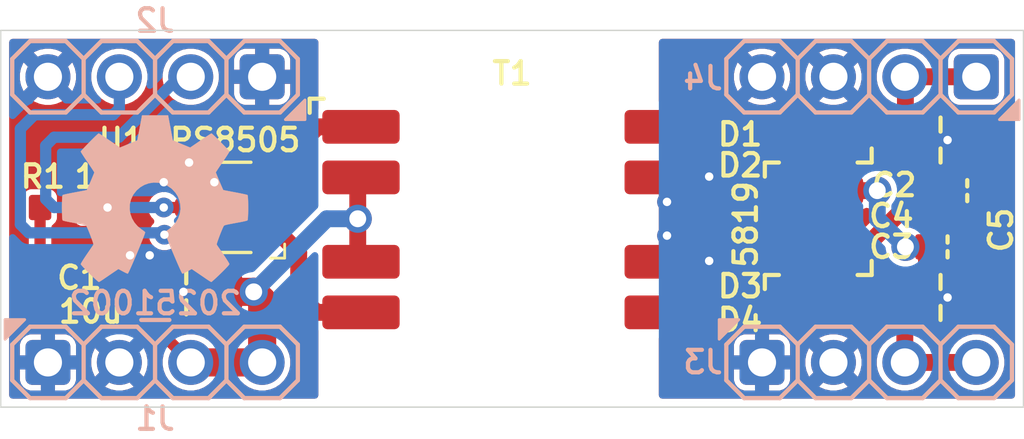
<source format=kicad_pcb>
(kicad_pcb (version 20241229) (generator "pcbnew") (generator_version "9.0")
  (layers (0 "F.Cu" mixed) (2 "B.Cu" mixed) (13 "F.Paste" user) (15 "B.Paste" user) (5 "F.SilkS" user "F.Silkscreen") (7 "B.SilkS" user "B.Silkscreen") (1 "F.Mask" user) (3 "B.Mask" user) (25 "Edge.Cuts" user))
  (net 0 "")
  (net 1 "GND")
  (net 2 "/VIN")
  (net 3 "/ExtClk")
  (net 4 "/Enable")
  (net 5 "/P1")
  (net 6 "/P2")
  (net 7 "/VOUT+")
  (net 8 "/VOUT-")
  (net 9 "Net-(D1-A)")
  (net 10 "Net-(D3-A)")
  (net 11 "GND1")
  (footprint "SquantorCapacitor:C_1206_0805" (layer "F.Cu") (at 163.83 84.8)
    (property "Reference" "C2" (at -1.65 1.6 0) (layer "F.SilkS") (effects (font (size 0.8 0.8))))
    (property "Value" "10u")
    (fp_line (start 0 -0.8) (end 0 -0.3) (stroke (width 0.15)) (layer "F.SilkS"))
    (fp_line (start 0 0.8) (end 0 0.3) (stroke (width 0.15)) (layer "F.SilkS"))
    (pad "1" smd roundrect (at -1.25 0) (size 1.5 1.6) (layers "F.Cu" "F.Mask" "F.Paste") (net 7 "/VOUT+"))
    (pad "2" smd roundrect (at 1.25 0) (size 1.5 1.6) (layers "F.Cu" "F.Mask" "F.Paste") (net 11 "GND1"))
  )
  (footprint "SquantorCapacitor:C_1206_0805" (layer "F.Cu") (at 163.83 90.4)
    (property "Reference" "C3" (at -1.75 -1.8 0) (layer "F.SilkS") (effects (font (size 0.8 0.8))))
    (property "Value" "10u")
    (fp_line (start 0 -0.8) (end 0 -0.3) (stroke (width 0.15)) (layer "F.SilkS"))
    (fp_line (start 0 0.8) (end 0 0.3) (stroke (width 0.15)) (layer "F.SilkS"))
    (pad "1" smd roundrect (at -1.25 0) (size 1.5 1.6) (layers "F.Cu" "F.Mask" "F.Paste") (net 8 "/VOUT-"))
    (pad "2" smd roundrect (at 1.25 0) (size 1.5 1.6) (layers "F.Cu" "F.Mask" "F.Paste") (net 11 "GND1"))
  )
  (footprint "SquantorCapacitor:C_0603" (layer "F.Cu") (at 164.78 86.6)
    (property "Reference" "C5" (at 1.2 1.4 90) (layer "F.SilkS") (effects (font (size 0.8 0.8))))
    (property "Value" "1u")
    (fp_line (start 0 -0.15) (end 0 -0.375) (stroke (width 0.15)) (layer "F.SilkS"))
    (fp_line (start 0 0.375) (end 0 0.15) (stroke (width 0.15)) (layer "F.SilkS"))
    (pad "1" smd roundrect (at -0.75 0) (size 0.8 0.9) (layers "F.Cu" "F.Mask" "F.Paste") (roundrect_rratio 0.125) (net 7 "/VOUT+"))
    (pad "2" smd roundrect (at 0.75 0) (size 0.8 0.9) (layers "F.Cu" "F.Mask" "F.Paste") (roundrect_rratio 0.125) (net 11 "GND1"))
  )
  (footprint "SquantorVPSC:T_2W_8pin_hand" (layer "F.Cu") (at 148.59 87.63)
    (property "Reference" "T1" (at 0 -5.2 0) (layer "F.SilkS") (effects (font (size 0.8 0.8))))
    (property "Value" "~")
    (fp_line (start -7.2 -4.3) (end -7.2 -3.8) (stroke (width 0.15)) (layer "F.SilkS"))
    (fp_line (start -7.2 -4.3) (end -6.7 -4.3) (stroke (width 0.15)) (layer "F.SilkS"))
    (pad "1" smd roundrect (at -5.375 -3.3) (size 2.75 1.2) (layers "F.Cu" "F.Mask" "F.Paste") (roundrect_rratio 0.15) (net 6 "/P2"))
    (pad "2" smd roundrect (at -5.375 -1.5) (size 2.75 1.2) (layers "F.Cu" "F.Mask" "F.Paste") (roundrect_rratio 0.15) (net 2 "/VIN"))
    (pad "3" smd roundrect (at -5.375 1.5) (size 2.75 1.2) (layers "F.Cu" "F.Mask" "F.Paste") (roundrect_rratio 0.15) (net 2 "/VIN"))
    (pad "4" smd roundrect (at -5.375 3.3) (size 2.75 1.2) (layers "F.Cu" "F.Mask" "F.Paste") (roundrect_rratio 0.15) (net 5 "/P1"))
    (pad "5" smd roundrect (at 5.375 3.3) (size 2.75 1.2) (layers "F.Cu" "F.Mask" "F.Paste") (roundrect_rratio 0.15) (net 10 "Net-(D3-A)"))
    (pad "6" smd roundrect (at 5.375 1.5) (size 2.75 1.2) (layers "F.Cu" "F.Mask" "F.Paste") (roundrect_rratio 0.15) (net 11 "GND1"))
    (pad "7" smd roundrect (at 5.375 -1.5) (size 2.75 1.2) (layers "F.Cu" "F.Mask" "F.Paste") (roundrect_rratio 0.15) (net 11 "GND1"))
    (pad "8" smd roundrect (at 5.375 -3.3) (size 2.75 1.2) (layers "F.Cu" "F.Mask" "F.Paste") (roundrect_rratio 0.15) (net 9 "Net-(D1-A)"))
  )
  (footprint "SquantorDiodes:SOD-323HE-shikues" (layer "F.Cu") (at 159.48 90.6)
    (property "Reference" "D4" (at -2.78 0.6 0) (layer "F.SilkS") (effects (font (size 0.8 0.8))))
    (property "Value" "5819")
    (fp_line (start -1.9 -1) (end -1.9 -0.5) (stroke (width 0.15)) (layer "F.SilkS"))
    (fp_line (start -1.9 -1) (end -1.4 -1) (stroke (width 0.15)) (layer "F.SilkS"))
    (pad "1" smd roundrect (at -0.675 0) (size 1.85 1.1) (layers "F.Cu" "F.Mask" "F.Paste") (roundrect_rratio 0.2) (net 10 "Net-(D3-A)"))
    (pad "2" smd roundrect (at 1.15 0) (size 0.9 1) (layers "F.Cu" "F.Mask" "F.Paste") (roundrect_rratio 0.2) (net 8 "/VOUT-"))
  )
  (footprint "SquantorDiodes:SOD-323HE-shikues" (layer "F.Cu") (at 159.48 88.6 180)
    (property "Reference" "D3" (at 2.78 -1.4 0) (layer "F.SilkS") (effects (font (size 0.8 0.8))))
    (property "Value" "5819")
    (fp_line (start -1.9 -1) (end -1.4 -1) (stroke (width 0.15)) (layer "F.SilkS"))
    (fp_line (start -1.9 -1) (end -1.9 -0.5) (stroke (width 0.15)) (layer "F.SilkS"))
    (pad "1" smd roundrect (at -0.675 0 180) (size 1.85 1.1) (layers "F.Cu" "F.Mask" "F.Paste") (roundrect_rratio 0.2) (net 7 "/VOUT+"))
    (pad "2" smd roundrect (at 1.15 0 180) (size 0.9 1) (layers "F.Cu" "F.Mask" "F.Paste") (roundrect_rratio 0.2) (net 10 "Net-(D3-A)"))
  )
  (footprint "SquantorResistor:R_0603_hand" (layer "F.Cu") (at 132.7 87.2)
    (property "Reference" "R1" (at -0.8 -1.1 0) (layer "F.SilkS") (effects (font (size 0.8 0.8))))
    (property "Value" "10K" (at 1.5 -1.1 0) (layer "F.SilkS") (effects (font (size 0.8 0.8))))
    (fp_line (start 0 -0.2) (end 0 0.2) (stroke (width 0.15)) (layer "F.SilkS"))
    (pad "1" smd roundrect (at -0.9 0) (size 0.8 0.9) (layers "F.Cu" "F.Mask" "F.Paste") (roundrect_rratio 0.1428571429) (net 2 "/VIN"))
    (pad "2" smd roundrect (at 0.9 0) (size 0.8 0.9) (layers "F.Cu" "F.Mask" "F.Paste") (roundrect_rratio 0.1428571429) (net 4 "/Enable"))
  )
  (footprint "SquantorCapacitor:C_1206_0805" (layer "F.Cu") (at 137 90.2)
    (property "Reference" "C1" (at -3.8 -0.5 0) (layer "F.SilkS") (effects (font (size 0.8 0.8))))
    (property "Value" "10u" (at -3.4 0.7 0) (layer "F.SilkS") (effects (font (size 0.8 0.8))))
    (fp_line (start 0 -0.8) (end 0 -0.3) (stroke (width 0.15)) (layer "F.SilkS"))
    (fp_line (start 0 0.8) (end 0 0.3) (stroke (width 0.15)) (layer "F.SilkS"))
    (pad "1" smd roundrect (at -1.25 0) (size 1.5 1.6) (layers "F.Cu" "F.Mask" "F.Paste") (net 1 "GND"))
    (pad "2" smd roundrect (at 1.25 0) (size 1.5 1.6) (layers "F.Cu" "F.Mask" "F.Paste") (net 2 "/VIN"))
  )
  (footprint "SquantorDiodes:SOD-323HE-shikues" (layer "F.Cu") (at 159.48 86.6)
    (property "Reference" "D2" (at -2.78 -0.9 0) (layer "F.SilkS") (effects (font (size 0.8 0.8))))
    (property "Value" "5819" (at -2.58 1.2 90) (layer "F.SilkS") (effects (font (size 0.8 0.8))))
    (fp_line (start -1.9 -1) (end -1.9 -0.5) (stroke (width 0.15)) (layer "F.SilkS"))
    (fp_line (start -1.9 -1) (end -1.4 -1) (stroke (width 0.15)) (layer "F.SilkS"))
    (pad "1" smd roundrect (at -0.675 0) (size 1.85 1.1) (layers "F.Cu" "F.Mask" "F.Paste") (roundrect_rratio 0.2) (net 9 "Net-(D1-A)"))
    (pad "2" smd roundrect (at 1.15 0) (size 0.9 1) (layers "F.Cu" "F.Mask" "F.Paste") (roundrect_rratio 0.2) (net 8 "/VOUT-"))
  )
  (footprint "SquantorIC:SOT23-6-HAND" (layer "F.Cu") (at 138.4 87.2 180)
    (property "Reference" "U1" (at 3.7 2.4 0) (layer "F.SilkS") (effects (font (size 0.8 0.8))))
    (property "Value" "VPS8505" (at 0 2.4 0) (layer "F.SilkS") (effects (font (size 0.8 0.8))))
    (fp_line (start 0.9 -1.6) (end -0.9 -1.6) (stroke (width 0.12)) (layer "F.SilkS"))
    (fp_line (start -0.9 1.61) (end 0.9 1.61) (stroke (width 0.12)) (layer "F.SilkS"))
    (fp_line (start -2.1 -1.8) (end -1.6 -1.8) (stroke (width 0.1)) (layer "F.SilkS"))
    (fp_line (start -2.1 -1.8) (end -2.1 -1.3) (stroke (width 0.1)) (layer "F.SilkS"))
    (pad "1" smd roundrect (at -1.2 -0.95 180) (size 1.2 0.65) (layers "F.Cu" "F.Mask" "F.Paste") (roundrect_rratio 0.2) (net 5 "/P1"))
    (pad "2" smd roundrect (at -1.2 0 180) (size 1.2 0.65) (layers "F.Cu" "F.Mask" "F.Paste") (roundrect_rratio 0.2) (net 2 "/VIN"))
    (pad "3" smd roundrect (at -1.2 0.95 180) (size 1.2 0.65) (layers "F.Cu" "F.Mask" "F.Paste") (roundrect_rratio 0.2) (net 6 "/P2"))
    (pad "4" smd roundrect (at 1.2 0.95 180) (size 1.2 0.65) (layers "F.Cu" "F.Mask" "F.Paste") (roundrect_rratio 0.2) (net 1 "GND"))
    (pad "5" smd roundrect (at 1.2 0 180) (size 1.2 0.65) (layers "F.Cu" "F.Mask" "F.Paste") (roundrect_rratio 0.2) (net 4 "/Enable"))
    (pad "6" smd roundrect (at 1.2 -0.95 180) (size 1.2 0.65) (layers "F.Cu" "F.Mask" "F.Paste") (roundrect_rratio 0.2) (net 3 "/ExtClk"))
  )
  (footprint "SquantorCapacitor:C_0603" (layer "F.Cu") (at 164.08 88.6)
    (property "Reference" "C4" (at -2 -1.1 0) (layer "F.SilkS") (effects (font (size 0.8 0.8))))
    (property "Value" "1u")
    (fp_line (start 0 -0.15) (end 0 -0.375) (stroke (width 0.15)) (layer "F.SilkS"))
    (fp_line (start 0 0.375) (end 0 0.15) (stroke (width 0.15)) (layer "F.SilkS"))
    (pad "1" smd roundrect (at -0.75 0) (size 0.8 0.9) (layers "F.Cu" "F.Mask" "F.Paste") (roundrect_rratio 0.125) (net 8 "/VOUT-"))
    (pad "2" smd roundrect (at 0.75 0) (size 0.8 0.9) (layers "F.Cu" "F.Mask" "F.Paste") (roundrect_rratio 0.125) (net 11 "GND1"))
  )
  (footprint "SquantorDiodes:SOD-323HE-shikues" (layer "F.Cu") (at 159.48 84.6 180)
    (property "Reference" "D1" (at 2.78 0 0) (layer "F.SilkS") (effects (font (size 0.8 0.8))))
    (property "Value" "5819")
    (fp_line (start -1.9 -1) (end -1.4 -1) (stroke (width 0.15)) (layer "F.SilkS"))
    (fp_line (start -1.9 -1) (end -1.9 -0.5) (stroke (width 0.15)) (layer "F.SilkS"))
    (pad "1" smd roundrect (at -0.675 0 180) (size 1.85 1.1) (layers "F.Cu" "F.Mask" "F.Paste") (roundrect_rratio 0.2) (net 7 "/VOUT+"))
    (pad "2" smd roundrect (at 1.15 0 180) (size 0.9 1) (layers "F.Cu" "F.Mask" "F.Paste") (roundrect_rratio 0.2) (net 9 "Net-(D1-A)"))
  )
  (footprint "SquantorLabels:Label_Generic" (layer "B.Cu") (at 135.9 90.6 180)
    (property "Reference" "N1" (hide yes))
    (property "Value" "20251002" (at 0 0 0) (layer "B.SilkS") (effects (font (size 0.8 0.8)) (justify mirror)))
    (fp_line (start -0.5 -0.6) (end 0.5 -0.6) (stroke (width 0.15)) (layer "B.SilkS"))
  )
  (footprint "Symbol:OSHW-Symbol_6.7x6mm_SilkScreen" (layer "B.Cu") (at 135.9 86.9 180)
    (property "Reference" "N2" (hide yes))
    (property "Value" "OHWLOGO" (hide yes))
    (fp_poly (pts (xy 0.555814 2.531069) (xy 0.639635 2.086445) (xy 0.94892 1.958947) (xy 1.258206 1.831449) (xy 1.629246 2.083754) (xy 1.733157 2.154004) (xy 1.827087 2.216728) (xy 1.906652 2.269062) (xy 1.96747 2.308143) (xy 2.005157 2.331107) (xy 2.015421 2.336058) (xy 2.03391 2.323324) (xy 2.07342 2.288118) (xy 2.129522 2.234938) (xy 2.197787 2.168282) (xy 2.273786 2.092646) (xy 2.353092 2.012528) (xy 2.431275 1.932426) (xy 2.503907 1.856836) (xy 2.566559 1.790255) (xy 2.614803 1.737182) (xy 2.64421 1.702113) (xy 2.651241 1.690377) (xy 2.641123 1.66874) (xy 2.612759 1.621338) (xy 2.569129 1.552807) (xy 2.513218 1.467785) (xy 2.448006 1.370907) (xy 2.410219 1.31565) (xy 2.341343 1.214752) (xy 2.28014 1.123701) (xy 2.229578 1.04703) (xy 2.192628 0.989272) (xy 2.172258 0.954957) (xy 2.169197 0.947746) (xy 2.176136 0.927252) (xy 2.195051 0.879487) (xy 2.223087 0.811168) (xy 2.257391 0.729011) (xy 2.295109 0.63973) (xy 2.333387 0.550042) (xy 2.36937 0.466662) (xy 2.400206 0.396306) (xy 2.423039 0.34569) (xy 2.435017 0.321529) (xy 2.435724 0.320578) (xy 2.454531 0.315964) (xy 2.504618 0.305672) (xy 2.580793 0.290713) (xy 2.677865 0.272099) (xy 2.790643 0.250841) (xy 2.856442 0.238582) (xy 2.97695 0.215638) (xy 3.085797 0.193805) (xy 3.177476 0.174278) (xy 3.246481 0.158252) (xy 3.287304 0.146921) (xy 3.295511 0.143326) (xy 3.303548 0.118994) (xy 3.310033 0.064041) (xy 3.31497 -0.015108) (xy 3.318364 -0.112026) (xy 3.320218 -0.220287) (xy 3.320538 -0.333465) (xy 3.319327 -0.445135) (xy 3.31659 -0.548868) (xy 3.312331 -0.638241) (xy 3.306555 -0.706826) (xy 3.299267 -0.748197) (xy 3.294895 -0.75681) (xy 3.268764 -0.767133) (xy 3.213393 -0.781892) (xy 3.136107 -0.799352) (xy 3.04423 -0.81778) (xy 3.012158 -0.823741) (xy 2.857524 -0.852066) (xy 2.735375 -0.874876) (xy 2.641673 -0.89308) (xy 2.572384 -0.907583) (xy 2.523471 -0.919292) (xy 2.490897 -0.929115) (xy 2.470628 -0.937956) (xy 2.458626 -0.946724) (xy 2.456947 -0.948457) (xy 2.440184 -0.976371) (xy 2.414614 -1.030695) (xy 2.382788 -1.104777) (xy 2.34726 -1.191965) (xy 2.310583 -1.285608) (xy 2.275311 -1.379052) (xy 2.243996 -1.465647) (xy 2.219193 -1.53874) (xy 2.203454 -1.591678) (xy 2.199332 -1.617811) (xy 2.199676 -1.618726) (xy 2.213641 -1.640086) (xy 2.245322 -1.687084) (xy 2.291391 -1.754827) (xy 2.348518 -1.838423) (xy 2.413373 -1.932982) (xy 2.431843 -1.959854) (xy 2.497699 -2.057275) (xy 2.55565 -2.146163) (xy 2.602538 -2.221412) (xy 2.635207 -2.27792) (xy 2.6505 -2.310581) (xy 2.651241 -2.314593) (xy 2.638392 -2.335684) (xy 2.602888 -2.377464) (xy 2.549293 -2.435445) (xy 2.482171 -2.505135) (xy 2.406087 -2.582045) (xy 2.325604 -2.661683) (xy 2.245287 -2.739561) (xy 2.169699 -2.811186) (xy 2.103405 -2.87207) (xy 2.050969 -2.917721) (xy 2.016955 -2.94365) (xy 2.007545 -2.947883) (xy 1.985643 -2.937912) (xy 1.9408 -2.91102) (xy 1.880321 -2.871736) (xy 1.833789 -2.840117) (xy 1.749475 -2.782098) (xy 1.649626 -2.713784) (xy 1.549473 -2.645579) (xy 1.495627 -2.609075) (xy 1.313371 -2.4858) (xy 1.160381 -2.56852) (xy 1.090682 -2.604759) (xy 1.031414 -2.632926) (xy 0.991311 -2.648991) (xy 0.981103 -2.651226) (xy 0.968829 -2.634722) (xy 0.944613 -2.588082) (xy 0.910263 -2.515609) (xy 0.867588 -2.421606) (xy 0.818394 -2.310374) (xy 0.76449 -2.186215) (xy 0.707684 -2.053432) (xy 0.649782 -1.916327) (xy 0.592593 -1.779202) (xy 0.537924 -1.646358) (xy 0.487584 -1.522098) (xy 0.44338 -1.410725) (xy 0.407119 -1.316539) (xy 0.380609 -1.243844) (xy 0.365658 -1.196941) (xy 0.363254 -1.180833) (xy 0.382311 -1.160286) (xy 0.424036 -1.126933) (xy 0.479706 -1.087702) (xy 0.484378 -1.084599) (xy 0.628264 -0.969423) (xy 0.744283 -0.835053) (xy 0.83143 -0.685784) (xy 0.888699 -0.525913) (xy 0.915086 -0.359737) (xy 0.909585 -0.191552) (xy 0.87119 -0.025655) (xy 0.798895 0.133658) (xy 0.777626 0.168513) (xy 0.666996 0.309263) (xy 0.536302 0.422286) (xy 0.390064 0.506997) (xy 0.232808 0.562806) (xy 0.069057 0.589126) (xy -0.096667 0.58537) (xy -0.259838 0.55095) (xy -0.415935 0.485277) (xy -0.560433 0.387765) (xy -0.605131 0.348187) (xy -0.718888 0.224297) (xy -0.801782 0.093876) (xy -0.858644 -0.052315) (xy -0.890313 -0.197088) (xy -0.898131 -0.35986) (xy -0.872062 -0.52344) (xy -0.814755 -0.682298) (xy -0.728856 -0.830906) (xy -0.617014 -0.963735) (xy -0.481877 -1.075256) (xy -0.464117 -1.087011) (xy -0.40785 -1.125508) (xy -0.365077 -1.158863) (xy -0.344628 -1.18016) (xy -0.344331 -1.180833) (xy -0.348721 -1.203871) (xy -0.366124 -1.256157) (xy -0.394732 -1.33339) (xy -0.432735 -1.431268) (xy -0.478326 -1.545491) (xy -0.529697 -1.671758) (xy -0.585038 -1.805767) (xy -0.642542 -1.943218) (xy -0.700399 -2.079808) (xy -0.756802 -2.211237) (xy -0.809942 -2.333205) (xy -0.85801 -2.441409) (xy -0.899199 -2.531549) (xy -0.931699 -2.599323) (xy -0.953703 -2.64043) (xy -0.962564 -2.651226) (xy -0.98964 -2.642819) (xy -1.040303 -2.620272) (xy -1.105817 -2.587613) (xy -1.141841 -2.56852) (xy -1.294832 -2.4858) (xy -1.477088 -2.609075) (xy -1.570125 -2.672228) (xy -1.671985 -2.741727) (xy -1.767438 -2.807165) (xy -1.81525 -2.840117) (xy -1.882495 -2.885273) (xy -1.939436 -2.921057) (xy -1.978646 -2.942938) (xy -1.991381 -2.947563) (xy -2.009917 -2.935085) (xy -2.050941 -2.900252) (xy -2.110475 -2.846678) (xy -2.184542 -2.777983) (xy -2.269165 -2.697781) (xy -2.322685 -2.646286) (xy -2.416319 -2.554286) (xy -2.497241 -2.471999) (xy -2.562177 -2.402945) (xy -2.607858 -2.350644) (xy -2.631011 -2.318616) (xy -2.633232 -2.312116) (xy -2.622924 -2.287394) (xy -2.594439 -2.237405) (xy -2.550937 -2.167212) (xy -2.495577 -2.081875) (xy -2.43152 -1.986456) (xy -2.413303 -1.959854) (xy -2.346927 -1.863167) (xy -2.287378 -1.776117) (xy -2.237984 -1.703595) (xy -2.202075 -1.650493) (xy -2.182981 -1.621703) (xy -2.181136 -1.618726) (xy -2.183895 -1.595782) (xy -2.198538 -1.545336) (xy -2.222513 -1.474041) (xy -2.253266 -1.388547) (xy -2.288244 -1.295507) (xy -2.324893 -1.201574) (xy -2.360661 -1.113399) (xy -2.392994 -1.037634) (xy -2.419338 -0.980931) (xy -2.437142 -0.949943) (xy -2.438407 -0.948457) (xy -2.449294 -0.939601) (xy -2.467682 -0.930843) (xy -2.497606 -0.921277) (xy -2.543103 -0.909996) (xy -2.608209 -0.896093) (xy -2.696961 -0.878663) (xy -2.813393 -0.856798) (xy -2.961542 -0.829591) (xy -2.993618 -0.823741) (xy -3.088686 -0.805374) (xy -3.171565 -0.787405) (xy -3.23493 -0.771569) (xy -3.271458 -0.7596) (xy -3.276356 -0.75681) (xy -3.284427 -0.732072) (xy -3.290987 -0.67679) (xy -3.296033 -0.597389) (xy -3.299559 -0.500296) (xy -3.301561 -0.391938) (xy -3.302036 -0.27874) (xy -3.300977 -0.167128) (xy -3.298382 -0.063529) (xy -3.294246 0.025632) (xy -3.288563 0.093928) (xy -3.281331 0.134934) (xy -3.276971 0.143326) (xy -3.252698 0.151792) (xy -3.197426 0.165565) (xy -3.116662 0.18345) (xy -3.015912 0.204252) (xy -2.900683 0.226777) (xy -2.837902 0.238582) (xy -2.718787 0.260849) (xy -2.612565 0.281021) (xy -2.524427 0.298085) (xy -2.459566 0.311031) (xy -2.423174 0.318845) (xy -2.417184 0.320578) (xy -2.407061 0.34011) (xy -2.385662 0.387157) (xy -2.355839 0.454997) (xy -2.320445 0.536909) (xy -2.282332 0.626172) (xy -2.244353 0.716065) (xy -2.20936 0.799865) (xy -2.180206 0.870853) (xy -2.159743 0.922306) (xy -2.150823 0.947503) (xy -2.150657 0.948604) (xy -2.160769 0.968481) (xy -2.189117 1.014223) (xy -2.232723 1.081283) (xy -2.288606 1.165116) (xy -2.353787 1.261174) (xy -2.391679 1.31635) (xy -2.460725 1.417519) (xy -2.52205 1.50937) (xy -2.572663 1.587256) (xy -2.609571 1.646531) (xy -2.629782 1.682549) (xy -2.632701 1.690623) (xy -2.620153 1.709416) (xy -2.585463 1.749543) (xy -2.533063 1.806507) (xy -2.467384 1.875815) (xy -2.392856 1.952969) (xy -2.313913 2.033475) (xy -2.234983 2.112837) (xy -2.1605 2.18656) (xy -2.094894 2.250148) (xy -2.042596 2.299106) (xy -2.008039 2.328939) (xy -1.996478 2.336058) (xy -1.977654 2.326047) (xy -1.932631 2.297922) (xy -1.865787 2.254546) (xy -1.781499 2.198782) (xy -1.684144 2.133494) (xy -1.610707 2.083754) (xy -1.239667 1.831449) (xy -0.621095 2.086445) (xy -0.537275 2.531069) (xy -0.453454 2.975693) (xy 0.471994 2.975693) (xy 0.555814 2.531069)) (stroke (width 0.01)) (fill yes) (layer "B.SilkS"))
  )
  (footprint "SquantorConnectors:Header-0254-1X04-H010" (layer "B.Cu") (at 161.29 92.71)
    (property "Reference" "J3" (at -5.91 -0.01 0) (layer "B.SilkS") (effects (font (size 0.8 0.8) (thickness 0.15) (bold yes)) (justify mirror)))
    (property "Value" "Conn_01x04")
    (fp_line (start -5.08 -0.635) (end -4.445 -1.27) (stroke (width 0.1524)) (layer "B.SilkS"))
    (fp_line (start -5.08 0.635) (end -5.08 -0.635) (stroke (width 0.1524)) (layer "B.SilkS"))
    (fp_line (start -4.445 1.27) (end -5.08 0.635) (stroke (width 0.1524)) (layer "B.SilkS"))
    (fp_line (start -4.445 1.27) (end -3.175 1.27) (stroke (width 0.1524)) (layer "B.SilkS"))
    (fp_line (start -3.175 -1.27) (end -4.445 -1.27) (stroke (width 0.1524)) (layer "B.SilkS"))
    (fp_line (start -3.175 1.27) (end -2.54 0.635) (stroke (width 0.1524)) (layer "B.SilkS"))
    (fp_line (start -2.54 -0.635) (end -3.175 -1.27) (stroke (width 0.1524)) (layer "B.SilkS"))
    (fp_line (start -2.54 0.635) (end -2.54 -0.635) (stroke (width 0.1524)) (layer "B.SilkS"))
    (fp_line (start -2.54 0.635) (end -1.905 1.27) (stroke (width 0.1524)) (layer "B.SilkS"))
    (fp_line (start -1.905 -1.27) (end -2.54 -0.635) (stroke (width 0.1524)) (layer "B.SilkS"))
    (fp_line (start -1.905 1.27) (end -0.635 1.27) (stroke (width 0.1524)) (layer "B.SilkS"))
    (fp_line (start -0.635 -1.27) (end -1.905 -1.27) (stroke (width 0.1524)) (layer "B.SilkS"))
    (fp_line (start -0.635 1.27) (end 0 0.635) (stroke (width 0.1524)) (layer "B.SilkS"))
    (fp_line (start 0 -0.635) (end -0.635 -1.27) (stroke (width 0.1524)) (layer "B.SilkS"))
    (fp_line (start 0 0.635) (end 0 -0.635) (stroke (width 0.1524)) (layer "B.SilkS"))
    (fp_line (start 0 0.635) (end 0.635 1.27) (stroke (width 0.1524)) (layer "B.SilkS"))
    (fp_line (start 0.635 -1.27) (end 0 -0.635) (stroke (width 0.1524)) (layer "B.SilkS"))
    (fp_line (start 0.635 1.27) (end 1.905 1.27) (stroke (width 0.1524)) (layer "B.SilkS"))
    (fp_line (start 1.905 -1.27) (end 0.635 -1.27) (stroke (width 0.1524)) (layer "B.SilkS"))
    (fp_line (start 1.905 1.27) (end 2.54 0.635) (stroke (width 0.1524)) (layer "B.SilkS"))
    (fp_line (start 2.54 -0.635) (end 1.905 -1.27) (stroke (width 0.1524)) (layer "B.SilkS"))
    (fp_line (start 2.54 -0.635) (end 3.175 -1.27) (stroke (width 0.1524)) (layer "B.SilkS"))
    (fp_line (start 2.54 0.635) (end 2.54 -0.635) (stroke (width 0.1524)) (layer "B.SilkS"))
    (fp_line (start 3.175 1.27) (end 2.54 0.635) (stroke (width 0.1524)) (layer "B.SilkS"))
    (fp_line (start 3.175 1.27) (end 4.445 1.27) (stroke (width 0.1524)) (layer "B.SilkS"))
    (fp_line (start 4.445 -1.27) (end 3.175 -1.27) (stroke (width 0.1524)) (layer "B.SilkS"))
    (fp_line (start 4.445 1.27) (end 5.08 0.635) (stroke (width 0.1524)) (layer "B.SilkS"))
    (fp_line (start 5.08 -0.635) (end 4.445 -1.27) (stroke (width 0.1524)) (layer "B.SilkS"))
    (fp_line (start 5.08 0.635) (end 5.08 -0.635) (stroke (width 0.1524)) (layer "B.SilkS"))
    (fp_poly (pts (xy -5.334 -0.8255) (xy -5.334 -1.524) (xy -4.6355 -1.524)) (stroke (width 0.1)) (fill yes) (layer "B.SilkS"))
    (pad "1" thru_hole roundrect (at -3.81 0 180) (size 1.6 1.6) (drill 1) (layers "*.Cu" "*.Mask") (roundrect_rratio 0.15) (net 11 "GND1"))
    (pad "2" thru_hole circle (at -1.27 0 180) (size 1.6 1.6) (drill 1) (layers "*.Cu" "*.Mask") (net 11 "GND1"))
    (pad "3" thru_hole circle (at 1.27 0 180) (size 1.6 1.6) (drill 1) (layers "*.Cu" "*.Mask") (net 8 "/VOUT-"))
    (pad "4" thru_hole circle (at 3.81 0 180) (size 1.6 1.6) (drill 1) (layers "*.Cu" "*.Mask") (net 8 "/VOUT-"))
  )
  (footprint "SquantorConnectors:Header-0254-1X04-H010" (layer "B.Cu") (at 135.89 82.55 180)
    (property "Reference" "J2" (at 0 2 0) (layer "B.SilkS") (effects (font (size 0.8 0.8) (thickness 0.15) (bold yes)) (justify mirror)))
    (property "Value" "Conn_01x04")
    (fp_line (start 5.08 0.635) (end 5.08 -0.635) (stroke (width 0.1524)) (layer "B.SilkS"))
    (fp_line (start 5.08 -0.635) (end 4.445 -1.27) (stroke (width 0.1524)) (layer "B.SilkS"))
    (fp_line (start 4.445 1.27) (end 5.08 0.635) (stroke (width 0.1524)) (layer "B.SilkS"))
    (fp_line (start 4.445 -1.27) (end 3.175 -1.27) (stroke (width 0.1524)) (layer "B.SilkS"))
    (fp_line (start 3.175 1.27) (end 4.445 1.27) (stroke (width 0.1524)) (layer "B.SilkS"))
    (fp_line (start 3.175 1.27) (end 2.54 0.635) (stroke (width 0.1524)) (layer "B.SilkS"))
    (fp_line (start 2.54 0.635) (end 2.54 -0.635) (stroke (width 0.1524)) (layer "B.SilkS"))
    (fp_line (start 2.54 -0.635) (end 3.175 -1.27) (stroke (width 0.1524)) (layer "B.SilkS"))
    (fp_line (start 2.54 -0.635) (end 1.905 -1.27) (stroke (width 0.1524)) (layer "B.SilkS"))
    (fp_line (start 1.905 1.27) (end 2.54 0.635) (stroke (width 0.1524)) (layer "B.SilkS"))
    (fp_line (start 1.905 -1.27) (end 0.635 -1.27) (stroke (width 0.1524)) (layer "B.SilkS"))
    (fp_line (start 0.635 1.27) (end 1.905 1.27) (stroke (width 0.1524)) (layer "B.SilkS"))
    (fp_line (start 0.635 -1.27) (end 0 -0.635) (stroke (width 0.1524)) (layer "B.SilkS"))
    (fp_line (start 0 0.635) (end 0.635 1.27) (stroke (width 0.1524)) (layer "B.SilkS"))
    (fp_line (start 0 0.635) (end 0 -0.635) (stroke (width 0.1524)) (layer "B.SilkS"))
    (fp_line (start 0 -0.635) (end -0.635 -1.27) (stroke (width 0.1524)) (layer "B.SilkS"))
    (fp_line (start -0.635 1.27) (end 0 0.635) (stroke (width 0.1524)) (layer "B.SilkS"))
    (fp_line (start -0.635 -1.27) (end -1.905 -1.27) (stroke (width 0.1524)) (layer "B.SilkS"))
    (fp_line (start -1.905 1.27) (end -0.635 1.27) (stroke (width 0.1524)) (layer "B.SilkS"))
    (fp_line (start -1.905 -1.27) (end -2.54 -0.635) (stroke (width 0.1524)) (layer "B.SilkS"))
    (fp_line (start -2.54 0.635) (end -1.905 1.27) (stroke (width 0.1524)) (layer "B.SilkS"))
    (fp_line (start -2.54 0.635) (end -2.54 -0.635) (stroke (width 0.1524)) (layer "B.SilkS"))
    (fp_line (start -2.54 -0.635) (end -3.175 -1.27) (stroke (width 0.1524)) (layer "B.SilkS"))
    (fp_line (start -3.175 1.27) (end -2.54 0.635) (stroke (width 0.1524)) (layer "B.SilkS"))
    (fp_line (start -3.175 -1.27) (end -4.445 -1.27) (stroke (width 0.1524)) (layer "B.SilkS"))
    (fp_line (start -4.445 1.27) (end -3.175 1.27) (stroke (width 0.1524)) (layer "B.SilkS"))
    (fp_line (start -4.445 1.27) (end -5.08 0.635) (stroke (width 0.1524)) (layer "B.SilkS"))
    (fp_line (start -5.08 0.635) (end -5.08 -0.635) (stroke (width 0.1524)) (layer "B.SilkS"))
    (fp_line (start -5.08 -0.635) (end -4.445 -1.27) (stroke (width 0.1524)) (layer "B.SilkS"))
    (fp_poly (pts (xy -5.334 -0.8255) (xy -5.334 -1.524) (xy -4.6355 -1.524)) (stroke (width 0.1)) (fill yes) (layer "B.SilkS"))
    (pad "1" thru_hole roundrect (at -3.81 0) (size 1.6 1.6) (drill 1) (layers "*.Cu" "*.Mask") (roundrect_rratio 0.15) (net 1 "GND"))
    (pad "2" thru_hole circle (at -1.27 0) (size 1.6 1.6) (drill 1) (layers "*.Cu" "*.Mask") (net 4 "/Enable"))
    (pad "3" thru_hole circle (at 1.27 0) (size 1.6 1.6) (drill 1) (layers "*.Cu" "*.Mask") (net 3 "/ExtClk"))
    (pad "4" thru_hole circle (at 3.81 0) (size 1.6 1.6) (drill 1) (layers "*.Cu" "*.Mask") (net 1 "GND"))
  )
  (footprint "SquantorConnectors:Header-0254-1X04-H010" (layer "B.Cu") (at 135.89 92.71)
    (property "Reference" "J1" (at 0 2 180) (layer "B.SilkS") (effects (font (size 0.8 0.8) (thickness 0.15) (bold yes)) (justify mirror)))
    (property "Value" "Conn_01x04")
    (fp_line (start -5.08 -0.635) (end -4.445 -1.27) (stroke (width 0.1524)) (layer "B.SilkS"))
    (fp_line (start -5.08 0.635) (end -5.08 -0.635) (stroke (width 0.1524)) (layer "B.SilkS"))
    (fp_line (start -4.445 1.27) (end -5.08 0.635) (stroke (width 0.1524)) (layer "B.SilkS"))
    (fp_line (start -4.445 1.27) (end -3.175 1.27) (stroke (width 0.1524)) (layer "B.SilkS"))
    (fp_line (start -3.175 -1.27) (end -4.445 -1.27) (stroke (width 0.1524)) (layer "B.SilkS"))
    (fp_line (start -3.175 1.27) (end -2.54 0.635) (stroke (width 0.1524)) (layer "B.SilkS"))
    (fp_line (start -2.54 -0.635) (end -3.175 -1.27) (stroke (width 0.1524)) (layer "B.SilkS"))
    (fp_line (start -2.54 0.635) (end -2.54 -0.635) (stroke (width 0.1524)) (layer "B.SilkS"))
    (fp_line (start -2.54 0.635) (end -1.905 1.27) (stroke (width 0.1524)) (layer "B.SilkS"))
    (fp_line (start -1.905 -1.27) (end -2.54 -0.635) (stroke (width 0.1524)) (layer "B.SilkS"))
    (fp_line (start -1.905 1.27) (end -0.635 1.27) (stroke (width 0.1524)) (layer "B.SilkS"))
    (fp_line (start -0.635 -1.27) (end -1.905 -1.27) (stroke (width 0.1524)) (layer "B.SilkS"))
    (fp_line (start -0.635 1.27) (end 0 0.635) (stroke (width 0.1524)) (layer "B.SilkS"))
    (fp_line (start 0 -0.635) (end -0.635 -1.27) (stroke (width 0.1524)) (layer "B.SilkS"))
    (fp_line (start 0 0.635) (end 0 -0.635) (stroke (width 0.1524)) (layer "B.SilkS"))
    (fp_line (start 0 0.635) (end 0.635 1.27) (stroke (width 0.1524)) (layer "B.SilkS"))
    (fp_line (start 0.635 -1.27) (end 0 -0.635) (stroke (width 0.1524)) (layer "B.SilkS"))
    (fp_line (start 0.635 1.27) (end 1.905 1.27) (stroke (width 0.1524)) (layer "B.SilkS"))
    (fp_line (start 1.905 -1.27) (end 0.635 -1.27) (stroke (width 0.1524)) (layer "B.SilkS"))
    (fp_line (start 1.905 1.27) (end 2.54 0.635) (stroke (width 0.1524)) (layer "B.SilkS"))
    (fp_line (start 2.54 -0.635) (end 1.905 -1.27) (stroke (width 0.1524)) (layer "B.SilkS"))
    (fp_line (start 2.54 -0.635) (end 3.175 -1.27) (stroke (width 0.1524)) (layer "B.SilkS"))
    (fp_line (start 2.54 0.635) (end 2.54 -0.635) (stroke (width 0.1524)) (layer "B.SilkS"))
    (fp_line (start 3.175 1.27) (end 2.54 0.635) (stroke (width 0.1524)) (layer "B.SilkS"))
    (fp_line (start 3.175 1.27) (end 4.445 1.27) (stroke (width 0.1524)) (layer "B.SilkS"))
    (fp_line (start 4.445 -1.27) (end 3.175 -1.27) (stroke (width 0.1524)) (layer "B.SilkS"))
    (fp_line (start 4.445 1.27) (end 5.08 0.635) (stroke (width 0.1524)) (layer "B.SilkS"))
    (fp_line (start 5.08 -0.635) (end 4.445 -1.27) (stroke (width 0.1524)) (layer "B.SilkS"))
    (fp_line (start 5.08 0.635) (end 5.08 -0.635) (stroke (width 0.1524)) (layer "B.SilkS"))
    (fp_poly (pts (xy -5.334 -0.8255) (xy -5.334 -1.524) (xy -4.6355 -1.524)) (stroke (width 0.1)) (fill yes) (layer "B.SilkS"))
    (pad "1" thru_hole roundrect (at -3.81 0 180) (size 1.6 1.6) (drill 1) (layers "*.Cu" "*.Mask") (roundrect_rratio 0.15) (net 1 "GND"))
    (pad "2" thru_hole circle (at -1.27 0 180) (size 1.6 1.6) (drill 1) (layers "*.Cu" "*.Mask") (net 1 "GND"))
    (pad "3" thru_hole circle (at 1.27 0 180) (size 1.6 1.6) (drill 1) (layers "*.Cu" "*.Mask") (net 2 "/VIN"))
    (pad "4" thru_hole circle (at 3.81 0 180) (size 1.6 1.6) (drill 1) (layers "*.Cu" "*.Mask") (net 2 "/VIN"))
  )
  (footprint "SquantorConnectors:Header-0254-1X04-H010" (layer "B.Cu") (at 161.29 82.55 180)
    (property "Reference" "J4" (at 5.91 -0.05 0) (layer "B.SilkS") (effects (font (size 0.8 0.8) (thickness 0.15) (bold yes)) (justify mirror)))
    (property "Value" "Conn_01x04")
    (fp_line (start 5.08 0.635) (end 5.08 -0.635) (stroke (width 0.1524)) (layer "B.SilkS"))
    (fp_line (start 5.08 -0.635) (end 4.445 -1.27) (stroke (width 0.1524)) (layer "B.SilkS"))
    (fp_line (start 4.445 1.27) (end 5.08 0.635) (stroke (width 0.1524)) (layer "B.SilkS"))
    (fp_line (start 4.445 -1.27) (end 3.175 -1.27) (stroke (width 0.1524)) (layer "B.SilkS"))
    (fp_line (start 3.175 1.27) (end 4.445 1.27) (stroke (width 0.1524)) (layer "B.SilkS"))
    (fp_line (start 3.175 1.27) (end 2.54 0.635) (stroke (width 0.1524)) (layer "B.SilkS"))
    (fp_line (start 2.54 0.635) (end 2.54 -0.635) (stroke (width 0.1524)) (layer "B.SilkS"))
    (fp_line (start 2.54 -0.635) (end 3.175 -1.27) (stroke (width 0.1524)) (layer "B.SilkS"))
    (fp_line (start 2.54 -0.635) (end 1.905 -1.27) (stroke (width 0.1524)) (layer "B.SilkS"))
    (fp_line (start 1.905 1.27) (end 2.54 0.635) (stroke (width 0.1524)) (layer "B.SilkS"))
    (fp_line (start 1.905 -1.27) (end 0.635 -1.27) (stroke (width 0.1524)) (layer "B.SilkS"))
    (fp_line (start 0.635 1.27) (end 1.905 1.27) (stroke (width 0.1524)) (layer "B.SilkS"))
    (fp_line (start 0.635 -1.27) (end 0 -0.635) (stroke (width 0.1524)) (layer "B.SilkS"))
    (fp_line (start 0 0.635) (end 0.635 1.27) (stroke (width 0.1524)) (layer "B.SilkS"))
    (fp_line (start 0 0.635) (end 0 -0.635) (stroke (width 0.1524)) (layer "B.SilkS"))
    (fp_line (start 0 -0.635) (end -0.635 -1.27) (stroke (width 0.1524)) (layer "B.SilkS"))
    (fp_line (start -0.635 1.27) (end 0 0.635) (stroke (width 0.1524)) (layer "B.SilkS"))
    (fp_line (start -0.635 -1.27) (end -1.905 -1.27) (stroke (width 0.1524)) (layer "B.SilkS"))
    (fp_line (start -1.905 1.27) (end -0.635 1.27) (stroke (width 0.1524)) (layer "B.SilkS"))
    (fp_line (start -1.905 -1.27) (end -2.54 -0.635) (stroke (width 0.1524)) (layer "B.SilkS"))
    (fp_line (start -2.54 0.635) (end -1.905 1.27) (stroke (width 0.1524)) (layer "B.SilkS"))
    (fp_line (start -2.54 0.635) (end -2.54 -0.635) (stroke (width 0.1524)) (layer "B.SilkS"))
    (fp_line (start -2.54 -0.635) (end -3.175 -1.27) (stroke (width 0.1524)) (layer "B.SilkS"))
    (fp_line (start -3.175 1.27) (end -2.54 0.635) (stroke (width 0.1524)) (layer "B.SilkS"))
    (fp_line (start -3.175 -1.27) (end -4.445 -1.27) (stroke (width 0.1524)) (layer "B.SilkS"))
    (fp_line (start -4.445 1.27) (end -3.175 1.27) (stroke (width 0.1524)) (layer "B.SilkS"))
    (fp_line (start -4.445 1.27) (end -5.08 0.635) (stroke (width 0.1524)) (layer "B.SilkS"))
    (fp_line (start -5.08 0.635) (end -5.08 -0.635) (stroke (width 0.1524)) (layer "B.SilkS"))
    (fp_line (start -5.08 -0.635) (end -4.445 -1.27) (stroke (width 0.1524)) (layer "B.SilkS"))
    (fp_poly (pts (xy -5.334 -0.8255) (xy -5.334 -1.524) (xy -4.6355 -1.524)) (stroke (width 0.1)) (fill yes) (layer "B.SilkS"))
    (pad "1" thru_hole roundrect (at -3.81 0) (size 1.6 1.6) (drill 1) (layers "*.Cu" "*.Mask") (roundrect_rratio 0.15) (net 7 "/VOUT+"))
    (pad "2" thru_hole circle (at -1.27 0) (size 1.6 1.6) (drill 1) (layers "*.Cu" "*.Mask") (net 7 "/VOUT+"))
    (pad "3" thru_hole circle (at 1.27 0) (size 1.6 1.6) (drill 1) (layers "*.Cu" "*.Mask") (net 11 "GND1"))
    (pad "4" thru_hole circle (at 3.81 0) (size 1.6 1.6) (drill 1) (layers "*.Cu" "*.Mask") (net 11 "GND1"))
  )
  (gr_rect (start 130.4 80.9) (end 166.78 94.3) (stroke (width 0.05)) (fill no) (layer "Edge.Cuts"))
  (via (at 135 88.9) (size 0.7) (drill 0.3) (layers "F.Cu" "B.Cu") (net 1))
  (via (at 137.1 85.6) (size 0.7) (drill 0.3) (layers "F.Cu" "B.Cu") (net 1))
  (via (at 135.7 88.9) (size 0.7) (drill 0.3) (layers "F.Cu" "B.Cu") (net 1))
  (via (at 138 86.3) (size 0.7) (drill 0.3) (layers "F.Cu" "B.Cu") (net 1))
  (via (at 136.9 90.2) (size 0.7) (drill 0.3) (layers "F.Cu" "B.Cu") (net 1))
  (via (at 136.2 86.3) (size 0.7) (drill 0.3) (layers "F.Cu" "B.Cu") (net 1))
  (segment (start 138.25 90.2) (end 139.4 90.2) (width 1) (layer "F.Cu") (net 2))
  (segment (start 135.7 91.7) (end 135.5 91.5) (width 0.4) (layer "F.Cu") (net 2))
  (segment (start 134.2 91.5) (end 131.8 89.1) (width 0.4) (layer "F.Cu") (net 2))
  (segment (start 143.1 89.015) (end 143.215 89.13) (width 0.6) (layer "F.Cu") (net 2))
  (segment (start 139.7 90.5) (end 139.7 92.71) (width 1) (layer "F.Cu") (net 2))
  (segment (start 138.4 90.05) (end 138.25 90.2) (width 0.8) (layer "F.Cu") (net 2))
  (segment (start 138.4 87.3) (end 138.5 87.3) (width 0.6) (layer "F.Cu") (net 2))
  (segment (start 138.4 87.3) (end 138.4 90.05) (width 0.8) (layer "F.Cu") (net 2))
  (segment (start 138.5 87.3) (end 138.6 87.2) (width 0.6) (layer "F.Cu") (net 2))
  (segment (start 137.16 92.71) (end 139.7 92.71) (width 1) (layer "F.Cu") (net 2))
  (segment (start 136.15 91.7) (end 135.7 91.7) (width 0.4) (layer "F.Cu") (net 2))
  (segment (start 135.5 91.5) (end 134.2 91.5) (width 0.4) (layer "F.Cu") (net 2))
  (segment (start 138.6 87.2) (end 139.7 87.2) (width 0.6) (layer "F.Cu") (net 2))
  (segment (start 143.1 86.245) (end 143.215 86.13) (width 0.6) (layer "F.Cu") (net 2))
  (segment (start 131.8 89.1) (end 131.8 87.2) (width 0.4) (layer "F.Cu") (net 2))
  (segment (start 137.16 92.71) (end 136.15 91.7) (width 0.4) (layer "F.Cu") (net 2))
  (segment (start 139.4 90.2) (end 139.7 90.5) (width 1) (layer "F.Cu") (net 2))
  (segment (start 143.1 87.6) (end 143.1 86.245) (width 0.6) (layer "F.Cu") (net 2))
  (segment (start 143.1 87.6) (end 143.1 89.015) (width 0.6) (layer "F.Cu") (net 2))
  (via (at 139.4 90.2) (size 1) (drill 0.6) (layers "F.Cu" "B.Cu") (net 2))
  (via (at 143.1 87.6) (size 1) (drill 0.6) (layers "F.Cu" "B.Cu") (net 2))
  (segment (start 142 87.6) (end 139.4 90.2) (width 0.6) (layer "B.Cu") (net 2))
  (segment (start 143.1 87.6) (end 142 87.6) (width 0.6) (layer "B.Cu") (net 2))
  (segment (start 136.240754 88.15) (end 136.223116 88.167638) (width 0.4) (layer "F.Cu") (net 3))
  (segment (start 137.1 88.15) (end 136.240754 88.15) (width 0.4) (layer "F.Cu") (net 3))
  (via (at 136.223116 88.167638) (size 0.7) (drill 0.3) (layers "F.Cu" "B.Cu") (net 3))
  (segment (start 131.6 83.9) (end 134.4 83.9) (width 0.4) (layer "B.Cu") (net 3))
  (segment (start 134.62 83.68) (end 134.62 82.55) (width 0.4) (layer "B.Cu") (net 3))
  (segment (start 136.223116 88.167638) (end 136.155478 88.1) (width 0.4) (layer "B.Cu") (net 3))
  (segment (start 134.4 83.9) (end 134.62 83.68) (width 0.4) (layer "B.Cu") (net 3))
  (segment (start 131.4 88.1) (end 131.1 87.8) (width 0.4) (layer "B.Cu") (net 3))
  (segment (start 136.155478 88.1) (end 131.4 88.1) (width 0.4) (layer "B.Cu") (net 3))
  (segment (start 131.1 84.4) (end 131.6 83.9) (width 0.4) (layer "B.Cu") (net 3))
  (segment (start 131.1 87.8) (end 131.1 84.4) (width 0.4) (layer "B.Cu") (net 3))
  (segment (start 133.6 87.2) (end 134.2 87.2) (width 0.4) (layer "F.Cu") (net 4))
  (segment (start 137.1 87.2) (end 136.2 87.2) (width 0.4) (layer "F.Cu") (net 4))
  (via (at 136.2 87.2) (size 0.7) (drill 0.3) (layers "F.Cu" "B.Cu") (net 4))
  (via (at 134.2 87.2) (size 0.7) (drill 0.3) (layers "F.Cu" "B.Cu") (net 4))
  (segment (start 132 85) (end 132.3 84.7) (width 0.4) (layer "B.Cu") (net 4))
  (segment (start 132.3 84.7) (end 134.605 84.7) (width 0.4) (layer "B.Cu") (net 4))
  (segment (start 134.605 84.7) (end 136.755 82.55) (width 0.4) (layer "B.Cu") (net 4))
  (segment (start 132 86.9) (end 132 85) (width 0.4) (layer "B.Cu") (net 4))
  (segment (start 134.2 87.2) (end 132.3 87.2) (width 0.4) (layer "B.Cu") (net 4))
  (segment (start 136.755 82.55) (end 137.16 82.55) (width 0.4) (layer "B.Cu") (net 4))
  (segment (start 136.2 87.2) (end 134.2 87.2) (width 0.4) (layer "B.Cu") (net 4))
  (segment (start 132.3 87.2) (end 132 86.9) (width 0.4) (layer "B.Cu") (net 4))
  (segment (start 141 88.8) (end 141 90.3) (width 0.6) (layer "F.Cu") (net 5))
  (segment (start 141 90.3) (end 141.63 90.93) (width 0.6) (layer "F.Cu") (net 5))
  (segment (start 141.63 90.93) (end 143.215 90.93) (width 0.6) (layer "F.Cu") (net 5))
  (segment (start 139.6 88.15) (end 140.35 88.15) (width 0.6) (layer "F.Cu") (net 5))
  (segment (start 140.35 88.15) (end 141 88.8) (width 0.6) (layer "F.Cu") (net 5))
  (segment (start 140.35 86.25) (end 141 85.6) (width 0.6) (layer "F.Cu") (net 6))
  (segment (start 141 85.6) (end 141 85) (width 0.6) (layer "F.Cu") (net 6))
  (segment (start 141.67 84.33) (end 143.215 84.33) (width 0.6) (layer "F.Cu") (net 6))
  (segment (start 139.6 86.25) (end 140.35 86.25) (width 0.6) (layer "F.Cu") (net 6))
  (segment (start 141 85) (end 141.67 84.33) (width 0.6) (layer "F.Cu") (net 6))
  (segment (start 160.155 88.6) (end 161.164372 88.6) (width 0.6) (layer "F.Cu") (net 7))
  (segment (start 162.58 84.8) (end 162.58 82.57) (width 0.6) (layer "F.Cu") (net 7))
  (segment (start 162.58 84.8) (end 163.68 85.9) (width 0.6) (layer "F.Cu") (net 7))
  (segment (start 163.68 86.25) (end 164.03 86.6) (width 0.6) (layer "F.Cu") (net 7))
  (segment (start 161.08 84.6) (end 161.28 84.8) (width 0.6) (layer "F.Cu") (net 7))
  (segment (start 163.68 85.9) (end 163.68 86.25) (width 0.6) (layer "F.Cu") (net 7))
  (segment (start 161.28 84.8) (end 162.58 84.8) (width 0.6) (layer "F.Cu") (net 7))
  (segment (start 163.164372 86.6) (end 164.03 86.6) (width 0.6) (layer "F.Cu") (net 7))
  (segment (start 161.164372 88.6) (end 163.164372 86.6) (width 0.6) (layer "F.Cu") (net 7))
  (segment (start 162.58 82.57) (end 162.56 82.55) (width 0.6) (layer "F.Cu") (net 7))
  (segment (start 160.155 84.6) (end 161.08 84.6) (width 0.6) (layer "F.Cu") (net 7))
  (segment (start 162.56 82.55) (end 165.1 82.55) (width 0.6) (layer "F.Cu") (net 7))
  (segment (start 165.1 92.71) (end 162.56 92.71) (width 0.6) (layer "F.Cu") (net 8))
  (segment (start 162.58 88.6) (end 163.33 88.6) (width 0.6) (layer "F.Cu") (net 8))
  (segment (start 163.33 89.65) (end 163.33 88.6) (width 0.6) (layer "F.Cu") (net 8))
  (segment (start 160.63 90.6) (end 162.38 90.6) (width 0.6) (layer "F.Cu") (net 8))
  (segment (start 162.38 90.6) (end 162.58 90.4) (width 0.6) (layer "F.Cu") (net 8))
  (segment (start 160.63 86.6) (end 161.58 86.6) (width 0.6) (layer "F.Cu") (net 8))
  (segment (start 162.56 92.71) (end 162.56 90.42) (width 0.6) (layer "F.Cu") (net 8))
  (segment (start 162.56 90.42) (end 162.58 90.4) (width 0.6) (layer "F.Cu") (net 8))
  (segment (start 162.58 90.4) (end 163.33 89.65) (width 0.6) (layer "F.Cu") (net 8))
  (via (at 161.58 86.6) (size 1) (drill 0.6) (layers "F.Cu" "B.Cu") (net 8))
  (via (at 162.58 88.6) (size 1) (drill 0.6) (layers "F.Cu" "B.Cu") (net 8))
  (segment (start 161.58 87.6) (end 161.58 86.6) (width 0.6) (layer "B.Cu") (net 8))
  (segment (start 162.58 88.6) (end 161.58 87.6) (width 0.6) (layer "B.Cu") (net 8))
  (segment (start 157.23 84.33) (end 153.965 84.33) (width 0.6) (layer "F.Cu") (net 9))
  (segment (start 158.33 86.125) (end 158.805 86.6) (width 0.6) (layer "F.Cu") (net 9))
  (segment (start 158.33 84.6) (end 157.5 84.6) (width 0.6) (layer "F.Cu") (net 9))
  (segment (start 158.33 84.6) (end 158.33 86.125) (width 0.6) (layer "F.Cu") (net 9))
  (segment (start 157.5 84.6) (end 157.23 84.33) (width 0.6) (layer "F.Cu") (net 9))
  (segment (start 157.27 90.93) (end 153.965 90.93) (width 0.6) (layer "F.Cu") (net 10))
  (segment (start 158.805 90.6) (end 157.6 90.6) (width 0.6) (layer "F.Cu") (net 10))
  (segment (start 158.33 90.125) (end 158.805 90.6) (width 0.6) (layer "F.Cu") (net 10))
  (segment (start 157.6 90.6) (end 157.27 90.93) (width 0.6) (layer "F.Cu") (net 10))
  (segment (start 158.33 88.6) (end 158.33 90.125) (width 0.6) (layer "F.Cu") (net 10))
  (via (at 155.6 89.1) (size 0.7) (drill 0.3) (layers "F.Cu" "B.Cu") (net 11))
  (via (at 154.1 88.2) (size 0.7) (drill 0.3) (layers "F.Cu" "B.Cu") (net 11))
  (via (at 164.08 84.8) (size 0.7) (drill 0.3) (layers "F.Cu" "B.Cu") (net 11))
  (via (at 164.08 90.4) (size 0.7) (drill 0.3) (layers "F.Cu" "B.Cu") (net 11))
  (via (at 154.1 87) (size 0.7) (drill 0.3) (layers "F.Cu" "B.Cu") (net 11))
  (via (at 155.6 86.1) (size 0.7) (drill 0.3) (layers "F.Cu" "B.Cu") (net 11))
  (zone (net 1) (net_name "GND") (layers "F.Cu" "B.Cu") (connect_pads (clearance 0.2)) (min_thickness 0.25) (fill yes (thermal_gap 0.2) (thermal_bridge_width 0.5))
    (polygon (pts (xy 130.4 80.9) (xy 141.7 80.9) (xy 141.7 94.3) (xy 130.4 94.3)))
  )
  (zone (net 11) (net_name "GND1") (layers "F.Cu" "B.Cu") (priority 1) (connect_pads (clearance 0.2)) (min_thickness 0.25) (fill yes (thermal_gap 0.2) (thermal_bridge_width 0.5))
    (polygon (pts (xy 166.78 80.9) (xy 153.81 80.9) (xy 153.81 94.3) (xy 166.78 94.3)))
  )
)
</source>
